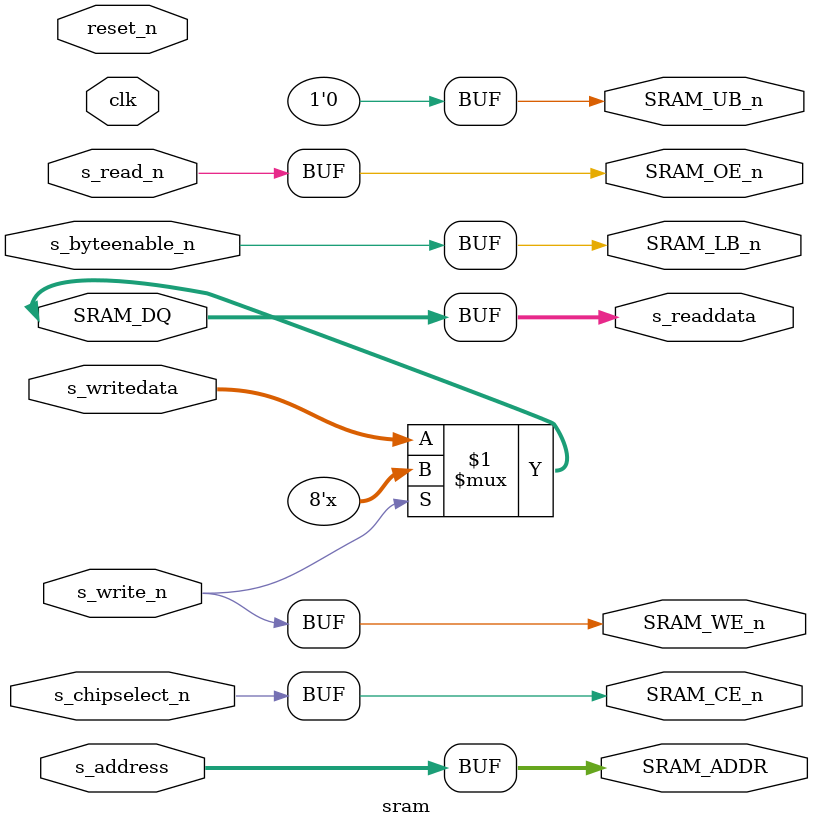
<source format=v>
/*
Jasper ter Weeme
*/

module sram(
    input clk,
    input reset_n,
    input s_chipselect_n,
    input s_byteenable_n,
    input s_write_n,
    input s_read_n,
    input [16:0] s_address,
    input [7:0] s_writedata,
    output [7:0] s_readdata,
    inout [7:0] SRAM_DQ,
    output [16:0] SRAM_ADDR,
    output SRAM_WE_n,
    output SRAM_CE_n,
    output SRAM_OE_n,
    output SRAM_LB_n,
    output SRAM_UB_n
);
    assign SRAM_DQ = SRAM_WE_n ? 8'hz : s_writedata;
    assign s_readdata = SRAM_DQ;
    assign SRAM_ADDR = s_address;
    assign SRAM_WE_n = s_write_n;
    assign SRAM_OE_n = s_read_n;
    assign SRAM_CE_n = s_chipselect_n;
    assign {SRAM_UB_n, SRAM_LB_n} = s_byteenable_n;
endmodule



</source>
